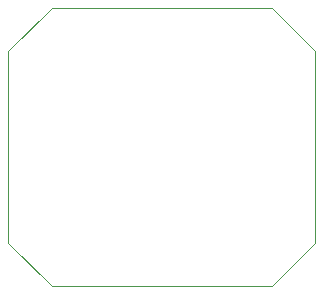
<source format=gm1>
G04 #@! TF.GenerationSoftware,KiCad,Pcbnew,6.0.2-378541a8eb~116~ubuntu20.04.1*
G04 #@! TF.CreationDate,2023-01-27T16:40:07+01:00*
G04 #@! TF.ProjectId,BUCKY_MOTOR_DRIVER,4255434b-595f-44d4-9f54-4f525f445249,rev?*
G04 #@! TF.SameCoordinates,Original*
G04 #@! TF.FileFunction,Profile,NP*
%FSLAX46Y46*%
G04 Gerber Fmt 4.6, Leading zero omitted, Abs format (unit mm)*
G04 Created by KiCad (PCBNEW 6.0.2-378541a8eb~116~ubuntu20.04.1) date 2023-01-27 16:40:07*
%MOMM*%
%LPD*%
G01*
G04 APERTURE LIST*
G04 #@! TA.AperFunction,Profile*
%ADD10C,0.100000*%
G04 #@! TD*
G04 APERTURE END LIST*
D10*
X120200000Y-51000000D02*
X123900000Y-47300000D01*
X142500000Y-70900000D02*
X123900000Y-70900000D01*
X146200000Y-51000000D02*
X142500000Y-47300000D01*
X146200000Y-51000000D02*
X146200000Y-67200000D01*
X142500000Y-70900000D02*
X146200000Y-67200000D01*
X120200000Y-67200000D02*
X123900000Y-70900000D01*
X142500000Y-47300000D02*
X123900000Y-47300000D01*
X120200000Y-51000000D02*
X120200000Y-67200000D01*
M02*

</source>
